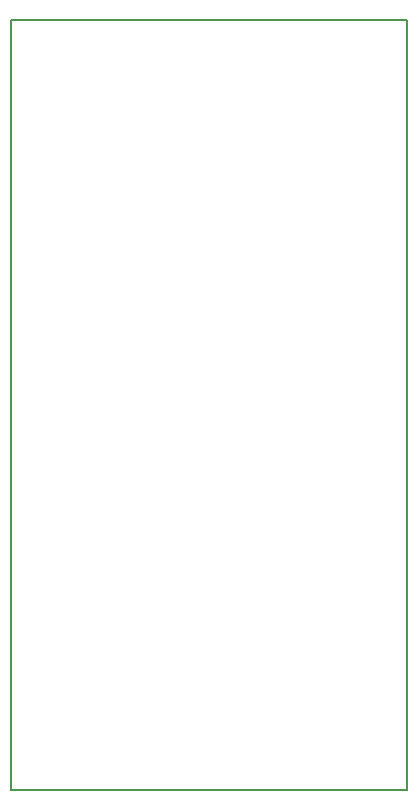
<source format=gko>
G04 #@! TF.FileFunction,Profile,NP*
%FSLAX46Y46*%
G04 Gerber Fmt 4.6, Leading zero omitted, Abs format (unit mm)*
G04 Created by KiCad (PCBNEW 4.0.0-rc1-stable) date 3.2.2017 11:58:10*
%MOMM*%
G01*
G04 APERTURE LIST*
%ADD10C,0.100000*%
%ADD11C,0.150000*%
G04 APERTURE END LIST*
D10*
D11*
X0Y0D02*
X0Y65150000D01*
X33580000Y0D02*
X0Y0D01*
X33580000Y65150000D02*
X33580000Y0D01*
X0Y65150000D02*
X33580000Y65150000D01*
M02*

</source>
